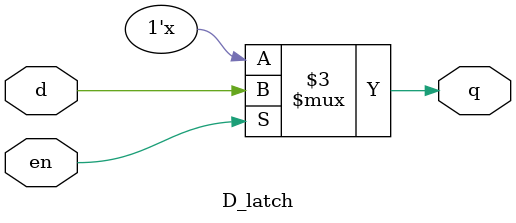
<source format=v>
module D_latch(
input d,
input en,
output reg q);

	always @(en, d) begin
		if (en) q = d; // запись
		else q = q; // хранение
	end

endmodule

</source>
